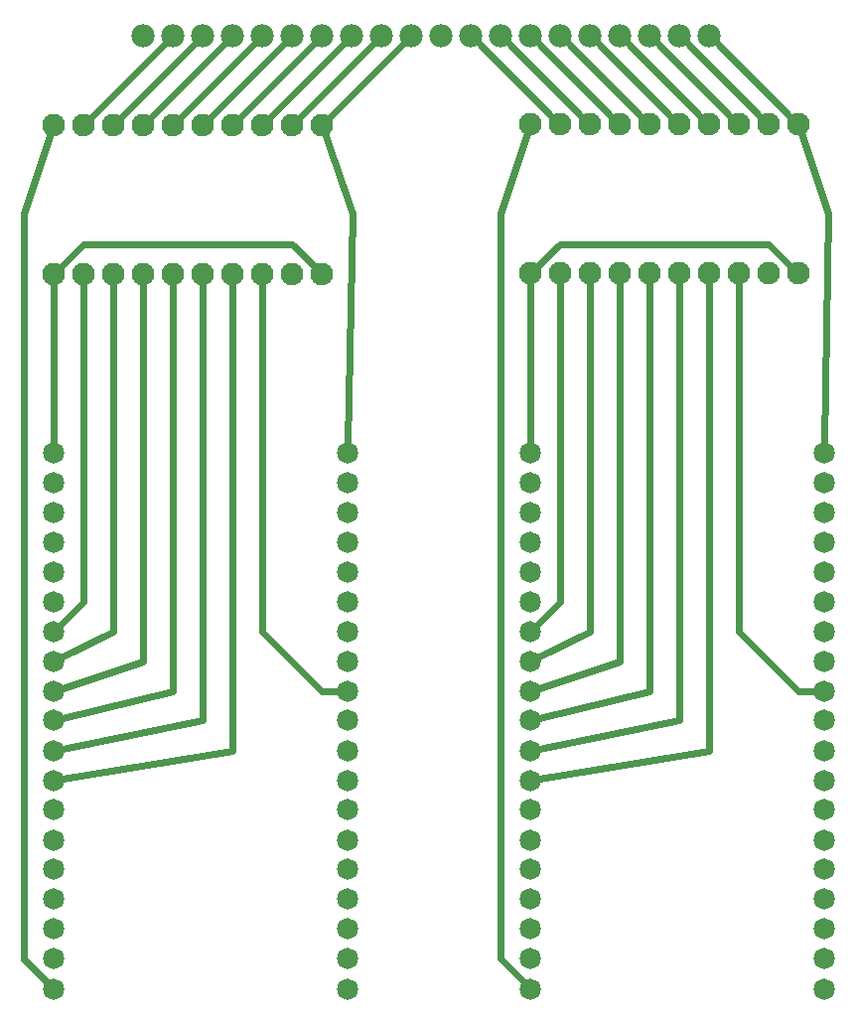
<source format=gtl>
G04 MADE WITH FRITZING*
G04 WWW.FRITZING.ORG*
G04 DOUBLE SIDED*
G04 HOLES PLATED*
G04 CONTOUR ON CENTER OF CONTOUR VECTOR*
%ASAXBY*%
%FSLAX23Y23*%
%MOIN*%
%OFA0B0*%
%SFA1.0B1.0*%
%ADD10C,0.076000*%
%ADD11C,0.078000*%
%ADD12C,0.071828*%
%ADD13C,0.024000*%
%LNCOPPER1*%
G90*
G70*
G54D10*
X2207Y3072D03*
X2307Y3072D03*
X2407Y3072D03*
X2507Y3072D03*
X2607Y3072D03*
X2707Y3072D03*
X2807Y3072D03*
X2907Y3072D03*
X3007Y3072D03*
X3107Y3072D03*
X3107Y2572D03*
X3007Y2572D03*
X2907Y2572D03*
X2807Y2572D03*
X2707Y2572D03*
X2607Y2572D03*
X2507Y2572D03*
X2407Y2572D03*
X2307Y2572D03*
X2207Y2572D03*
X608Y3071D03*
X708Y3071D03*
X808Y3071D03*
X908Y3071D03*
X1008Y3071D03*
X1108Y3071D03*
X1208Y3071D03*
X1308Y3071D03*
X1408Y3071D03*
X1508Y3071D03*
X1508Y2571D03*
X1408Y2571D03*
X1308Y2571D03*
X1208Y2571D03*
X1108Y2571D03*
X1008Y2571D03*
X908Y2571D03*
X808Y2571D03*
X708Y2571D03*
X608Y2571D03*
G54D11*
X908Y3371D03*
X1008Y3371D03*
X1108Y3371D03*
X1208Y3371D03*
X1308Y3371D03*
X1408Y3371D03*
X1508Y3371D03*
X1608Y3371D03*
X1708Y3371D03*
X1808Y3371D03*
X908Y3371D03*
X1008Y3371D03*
X1108Y3371D03*
X1208Y3371D03*
X1308Y3371D03*
X1408Y3371D03*
X1508Y3371D03*
X1608Y3371D03*
X1708Y3371D03*
X1808Y3371D03*
X1908Y3371D03*
X2008Y3371D03*
X2108Y3371D03*
X2208Y3371D03*
X2308Y3371D03*
X2408Y3371D03*
X2508Y3371D03*
X2608Y3371D03*
X2708Y3371D03*
X2808Y3371D03*
X1908Y3371D03*
X2008Y3371D03*
X2108Y3371D03*
X2208Y3371D03*
X2308Y3371D03*
X2408Y3371D03*
X2508Y3371D03*
X2608Y3371D03*
X2708Y3371D03*
X2808Y3371D03*
G54D12*
X608Y1971D03*
X608Y1871D03*
X608Y1771D03*
X608Y1671D03*
X608Y1571D03*
X608Y1471D03*
X608Y1371D03*
X608Y1271D03*
X608Y1171D03*
X608Y1072D03*
X608Y971D03*
X608Y871D03*
X608Y772D03*
X608Y671D03*
X608Y572D03*
X608Y472D03*
X608Y372D03*
X608Y272D03*
X608Y171D03*
X1594Y171D03*
X1594Y272D03*
X1594Y372D03*
X1594Y472D03*
X1594Y572D03*
X1594Y671D03*
X1594Y772D03*
X1594Y871D03*
X1594Y971D03*
X1594Y1072D03*
X1594Y1171D03*
X1594Y1271D03*
X1594Y1371D03*
X1594Y1471D03*
X1594Y1571D03*
X1594Y1671D03*
X1594Y1771D03*
X1594Y1871D03*
X1594Y1971D03*
X2208Y1971D03*
X2208Y1871D03*
X2208Y1771D03*
X2208Y1671D03*
X2208Y1571D03*
X2208Y1471D03*
X2208Y1371D03*
X2208Y1271D03*
X2208Y1171D03*
X2208Y1072D03*
X2208Y971D03*
X2208Y871D03*
X2208Y772D03*
X2208Y671D03*
X2208Y572D03*
X2208Y472D03*
X2208Y372D03*
X2208Y272D03*
X2208Y171D03*
X3194Y171D03*
X3194Y272D03*
X3194Y372D03*
X3194Y472D03*
X3194Y572D03*
X3194Y671D03*
X3194Y772D03*
X3194Y871D03*
X3194Y971D03*
X3194Y1072D03*
X3194Y1171D03*
X3194Y1271D03*
X3194Y1371D03*
X3194Y1471D03*
X3194Y1571D03*
X3194Y1671D03*
X3194Y1771D03*
X3194Y1871D03*
X3194Y1971D03*
G54D13*
X1308Y1371D02*
X1508Y1171D01*
D02*
X1508Y1171D02*
X1563Y1171D01*
D02*
X1308Y2541D02*
X1308Y1371D01*
D02*
X987Y3350D02*
X730Y3093D01*
D02*
X1087Y3350D02*
X830Y3093D01*
D02*
X930Y3093D02*
X1187Y3350D01*
D02*
X1287Y3350D02*
X1030Y3093D01*
D02*
X1387Y3350D02*
X1130Y3093D01*
D02*
X1230Y3093D02*
X1487Y3350D01*
D02*
X1330Y3093D02*
X1587Y3350D01*
D02*
X1687Y3350D02*
X1430Y3093D01*
D02*
X1530Y3093D02*
X1787Y3350D01*
D02*
X508Y270D02*
X508Y2772D01*
D02*
X508Y2772D02*
X598Y3042D01*
D02*
X586Y193D02*
X508Y270D01*
D02*
X608Y2541D02*
X608Y2001D01*
D02*
X709Y1573D02*
X708Y2541D01*
D02*
X630Y1392D02*
X708Y1470D01*
D02*
X708Y1470D02*
X709Y1573D01*
D02*
X809Y1371D02*
X808Y2541D01*
D02*
X636Y1285D02*
X809Y1371D01*
D02*
X908Y1270D02*
X908Y2541D01*
D02*
X637Y1181D02*
X908Y1270D01*
D02*
X1009Y1171D02*
X1008Y2541D01*
D02*
X638Y1079D02*
X1009Y1171D01*
D02*
X1108Y2541D02*
X1108Y1073D01*
D02*
X1108Y1073D02*
X638Y977D01*
D02*
X1208Y2541D02*
X1209Y971D01*
D02*
X1209Y971D02*
X638Y876D01*
D02*
X1486Y2593D02*
X1409Y2670D01*
D02*
X1409Y2670D02*
X709Y2670D01*
D02*
X709Y2670D02*
X630Y2593D01*
D02*
X2830Y3350D02*
X3085Y3094D01*
D02*
X2109Y2772D02*
X2108Y272D01*
D02*
X2108Y272D02*
X2187Y193D01*
D02*
X2197Y3043D02*
X2109Y2772D01*
D02*
X2030Y3350D02*
X2285Y3094D01*
D02*
X2130Y3350D02*
X2385Y3094D01*
D02*
X2230Y3350D02*
X2485Y3094D01*
D02*
X2330Y3350D02*
X2585Y3094D01*
D02*
X2430Y3350D02*
X2685Y3094D01*
D02*
X2530Y3350D02*
X2785Y3094D01*
D02*
X2630Y3350D02*
X2885Y3094D01*
D02*
X2730Y3350D02*
X2985Y3094D01*
D02*
X2207Y2542D02*
X2208Y2001D01*
D02*
X2308Y1470D02*
X2307Y2542D01*
D02*
X2230Y1392D02*
X2308Y1470D01*
D02*
X2509Y1270D02*
X2237Y1181D01*
D02*
X2507Y2542D02*
X2509Y1270D01*
D02*
X2607Y1171D02*
X2238Y1079D01*
D02*
X2607Y2542D02*
X2607Y1171D01*
D02*
X2709Y1073D02*
X2238Y977D01*
D02*
X2707Y2542D02*
X2709Y1073D01*
D02*
X2807Y971D02*
X2238Y876D01*
D02*
X2807Y2542D02*
X2807Y971D01*
D02*
X1610Y2772D02*
X1518Y3042D01*
D02*
X1595Y2001D02*
X1610Y2772D01*
D02*
X3207Y2772D02*
X3194Y2001D01*
D02*
X3116Y3043D02*
X3207Y2772D01*
D02*
X2308Y2671D02*
X2229Y2594D01*
D02*
X3085Y2594D02*
X3008Y2671D01*
D02*
X3008Y2671D02*
X2308Y2671D01*
D02*
X3109Y1171D02*
X2909Y1371D01*
D02*
X3163Y1171D02*
X3109Y1171D01*
D02*
X2909Y1371D02*
X2907Y2542D01*
D02*
X2236Y1285D02*
X2407Y1371D01*
D02*
X2407Y1371D02*
X2407Y2542D01*
G04 End of Copper1*
M02*
</source>
